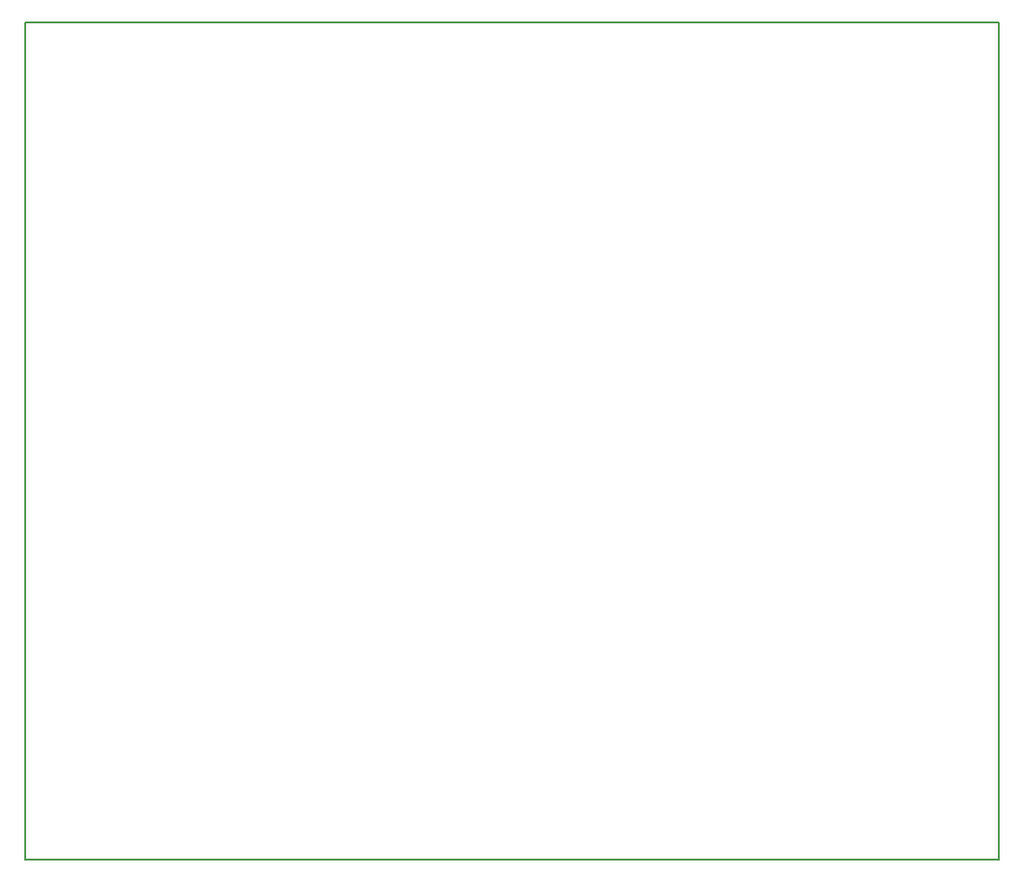
<source format=gm1>
G04 MADE WITH FRITZING*
G04 WWW.FRITZING.ORG*
G04 DOUBLE SIDED*
G04 HOLES PLATED*
G04 CONTOUR ON CENTER OF CONTOUR VECTOR*
%ASAXBY*%
%FSLAX23Y23*%
%MOIN*%
%OFA0B0*%
%SFA1.0B1.0*%
%ADD10R,3.482620X2.999390*%
%ADD11C,0.008000*%
%ADD10C,0.008*%
%LNCONTOUR*%
G90*
G70*
G54D10*
G54D11*
X4Y2995D02*
X3479Y2995D01*
X3479Y4D01*
X4Y4D01*
X4Y2995D01*
D02*
G04 End of contour*
M02*
</source>
